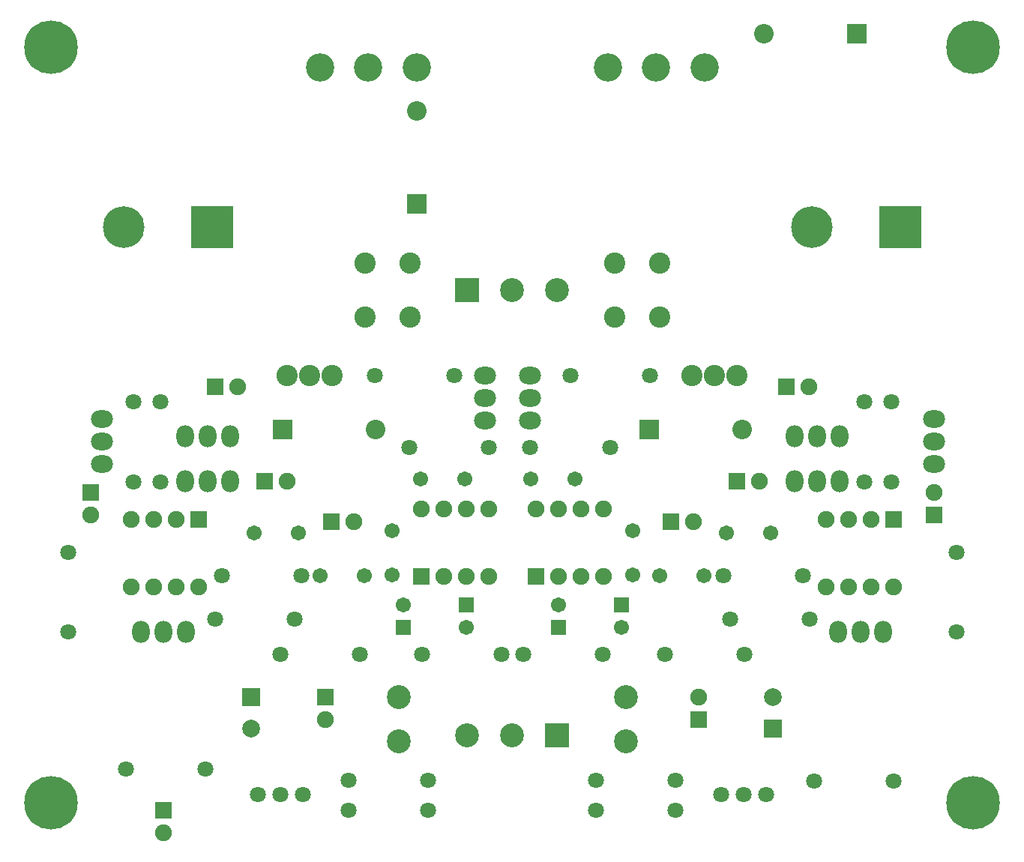
<source format=gbs>
G04 Layer_Color=16711935*
%FSLAX25Y25*%
%MOIN*%
G70*
G01*
G75*
%ADD47C,0.10642*%
%ADD48R,0.10642X0.10642*%
%ADD49O,0.07800X0.09800*%
%ADD50R,0.07493X0.07493*%
%ADD51C,0.07493*%
%ADD52C,0.06706*%
%ADD53C,0.08674*%
%ADD54R,0.08674X0.08674*%
%ADD55R,0.07493X0.07493*%
%ADD56O,0.09800X0.07800*%
%ADD57R,0.06706X0.06706*%
%ADD58C,0.09461*%
%ADD59C,0.07099*%
%ADD60C,0.07887*%
%ADD61R,0.07887X0.07887*%
%ADD62C,0.18516*%
%ADD63R,0.18516X0.18516*%
%ADD64R,0.08674X0.08674*%
%ADD65C,0.12611*%
%ADD66C,0.23800*%
D47*
X210000Y52000D02*
D03*
X230000D02*
D03*
X250000Y250000D02*
D03*
X230000D02*
D03*
X179500Y49158D02*
D03*
Y68843D02*
D03*
X280500Y68843D02*
D03*
Y49158D02*
D03*
D48*
X250000Y52000D02*
D03*
X210000Y250000D02*
D03*
D49*
X94500Y185000D02*
D03*
X84500D02*
D03*
X104500D02*
D03*
X365500D02*
D03*
X375500D02*
D03*
X355500D02*
D03*
X385000Y98000D02*
D03*
X375000D02*
D03*
X395000D02*
D03*
X94500Y165000D02*
D03*
X84500D02*
D03*
X104500D02*
D03*
X75000Y98000D02*
D03*
X85000D02*
D03*
X65000D02*
D03*
X365500Y165000D02*
D03*
X375500D02*
D03*
X355500D02*
D03*
D50*
X120079D02*
D03*
X330079D02*
D03*
X300579Y147000D02*
D03*
X149579D02*
D03*
X352000Y207000D02*
D03*
X98000D02*
D03*
D51*
X129921Y165000D02*
D03*
X339921D02*
D03*
X310421Y147000D02*
D03*
X159421D02*
D03*
X42500Y150000D02*
D03*
X417500Y160000D02*
D03*
X313000Y68921D02*
D03*
X147000Y59000D02*
D03*
X240500Y152500D02*
D03*
X250500D02*
D03*
X260500D02*
D03*
X270500D02*
D03*
Y122500D02*
D03*
X260500D02*
D03*
X250500D02*
D03*
X189500Y152500D02*
D03*
X199500D02*
D03*
X209500D02*
D03*
X219500D02*
D03*
Y122500D02*
D03*
X209500D02*
D03*
X199500D02*
D03*
X362000Y207000D02*
D03*
X108000D02*
D03*
X90500Y118000D02*
D03*
X80500D02*
D03*
X70500D02*
D03*
X60500D02*
D03*
Y148000D02*
D03*
X70500Y148000D02*
D03*
X80500D02*
D03*
X399500Y118000D02*
D03*
X389500D02*
D03*
X379500D02*
D03*
X369500D02*
D03*
Y148000D02*
D03*
X379500D02*
D03*
X389500D02*
D03*
X75000Y8500D02*
D03*
D52*
X189157Y166000D02*
D03*
X208842D02*
D03*
X238158D02*
D03*
X257842D02*
D03*
X344843Y142000D02*
D03*
X325157D02*
D03*
X134843D02*
D03*
X115157D02*
D03*
X164342Y123000D02*
D03*
X144658D02*
D03*
X295657D02*
D03*
X315342D02*
D03*
X181524Y110000D02*
D03*
X209476Y100000D02*
D03*
X250524Y110000D02*
D03*
X278476Y100000D02*
D03*
X176500Y123158D02*
D03*
Y142842D02*
D03*
X283500Y123158D02*
D03*
Y142842D02*
D03*
D53*
X332090Y188000D02*
D03*
X169091D02*
D03*
X187500Y329591D02*
D03*
X341910Y364000D02*
D03*
D54*
X290910Y188000D02*
D03*
X127909D02*
D03*
X383090Y364000D02*
D03*
D55*
X42500Y160000D02*
D03*
X417500Y150000D02*
D03*
X313000Y59079D02*
D03*
X147000Y68843D02*
D03*
X240500Y122500D02*
D03*
X189500D02*
D03*
X90500Y148000D02*
D03*
X399500Y148000D02*
D03*
X75000Y18500D02*
D03*
D56*
X238000Y202000D02*
D03*
Y212000D02*
D03*
Y192000D02*
D03*
X218000Y202000D02*
D03*
Y212000D02*
D03*
Y192000D02*
D03*
X47500Y182500D02*
D03*
Y172500D02*
D03*
Y192500D02*
D03*
X417500Y182500D02*
D03*
Y172500D02*
D03*
Y192500D02*
D03*
D57*
X209476Y110000D02*
D03*
X181524Y100000D02*
D03*
X278476Y110000D02*
D03*
X250524Y100000D02*
D03*
D58*
X330000Y212000D02*
D03*
X320000D02*
D03*
X310000D02*
D03*
X150000D02*
D03*
X140000D02*
D03*
X130000D02*
D03*
X184500Y238000D02*
D03*
X164500D02*
D03*
X295500D02*
D03*
X275500D02*
D03*
X184500Y262000D02*
D03*
X164500D02*
D03*
X295500D02*
D03*
X275500D02*
D03*
D59*
X97783Y103500D02*
D03*
X133217D02*
D03*
X362217D02*
D03*
X326783D02*
D03*
X323783Y123000D02*
D03*
X359216D02*
D03*
X136217D02*
D03*
X100784D02*
D03*
X238083Y180000D02*
D03*
X273517D02*
D03*
X219717D02*
D03*
X184283D02*
D03*
X333217Y88000D02*
D03*
X297783D02*
D03*
X162217D02*
D03*
X126783D02*
D03*
X225217D02*
D03*
X189783D02*
D03*
X270217D02*
D03*
X234783D02*
D03*
X168783Y212000D02*
D03*
X204217D02*
D03*
X255783D02*
D03*
X291217D02*
D03*
X323000Y25500D02*
D03*
X343000D02*
D03*
X333000D02*
D03*
X117000D02*
D03*
X137000D02*
D03*
X127000D02*
D03*
X93717Y37000D02*
D03*
X58284D02*
D03*
X192717Y32000D02*
D03*
X157283D02*
D03*
Y18500D02*
D03*
X192717D02*
D03*
X32500Y133417D02*
D03*
Y97983D02*
D03*
X73500Y200217D02*
D03*
Y164783D02*
D03*
X61500Y200217D02*
D03*
Y164783D02*
D03*
X386500Y164784D02*
D03*
Y200217D02*
D03*
X398500Y164784D02*
D03*
Y200217D02*
D03*
X427500Y97983D02*
D03*
Y133416D02*
D03*
X399717Y31500D02*
D03*
X364283D02*
D03*
X302717Y32000D02*
D03*
X267283D02*
D03*
X302717Y18500D02*
D03*
X267283D02*
D03*
D60*
X346000Y68890D02*
D03*
X114000Y55110D02*
D03*
D61*
X346000D02*
D03*
X114000Y68890D02*
D03*
D62*
X363315Y278000D02*
D03*
X57315D02*
D03*
D63*
X402685D02*
D03*
X96685D02*
D03*
D64*
X187500Y288409D02*
D03*
D65*
X294000Y349000D02*
D03*
X272500D02*
D03*
X315500D02*
D03*
X166000D02*
D03*
X144500D02*
D03*
X187500D02*
D03*
D66*
X25000Y358000D02*
D03*
Y22000D02*
D03*
X435000D02*
D03*
Y358000D02*
D03*
M02*

</source>
